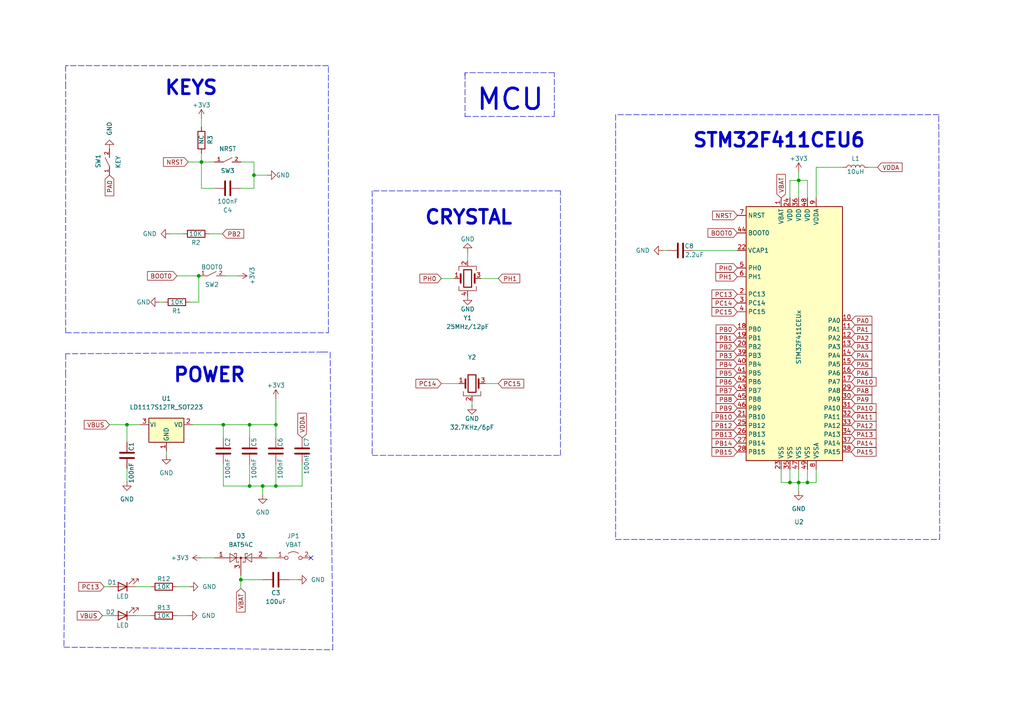
<source format=kicad_sch>
(kicad_sch (version 20211123) (generator eeschema)
  (paper "A4")
  (lib_symbols
    (symbol "Custom_symbols:TS09-63-25-WT-260-SMT-TR" (pin_names (offset 1.016))
      (property "Reference" "SW" (at -1.27 2.54 0))
      (property "Value" "TS09-63-25-WT-260-SMT-TR" (at -13.97 -1.27 0))
      (symbol "TS09-63-25-WT-260-SMT-TR_0_0"
        (polyline (pts (xy -1.27 0) (xy 1.27 1.27)) (stroke (width 0.1524)))
        (pin passive line (at -3.81 0 0) (length 2.54) (name "~") (number "1"))
        (pin passive line (at 3.81 0 180) (length 2.54) (name "~") (number "2"))
      )
    )
    (symbol "Device:C" (pin_numbers hide) (pin_names (offset 0.254))
      (property "Reference" "C" (at 0.635 2.54 0))
      (property "Value" "C" (at 0.635 -2.54 0))
      (symbol "C_0_1"
        (polyline (pts (xy -2.032 -0.762) (xy 2.032 -0.762)) (stroke (width 0.508)))
        (polyline (pts (xy -2.032 0.762) (xy 2.032 0.762)) (stroke (width 0.508)))
      )
      (symbol "C_1_1"
        (pin passive line (at 0 3.81 270) (length 2.794) (name "~") (number "1"))
        (pin passive line (at 0 -3.81 90) (length 2.794) (name "~") (number "2"))
      )
    )
    (symbol "Device:Crystal_GND2" (pin_names (offset 1.016) hide)
      (property "Reference" "Y" (at 0 5.715 0))
      (property "Value" "Crystal_GND2" (at 0 3.81 0))
      (symbol "Crystal_GND2_0_1"
        (rectangle (start -1.143 2.54) (end 1.143 -2.54) (stroke (width 0.3048)))
        (polyline (pts (xy -2.54 0) (xy -1.905 0)))
        (polyline (pts (xy -1.905 -1.27) (xy -1.905 1.27)) (stroke (width 0.508)))
        (polyline (pts (xy 0 -3.81) (xy 0 -3.556)))
        (polyline (pts (xy 1.905 0) (xy 2.54 0)))
        (polyline (pts (xy 1.905 1.27) (xy 1.905 -1.27)) (stroke (width 0.508)))
        (polyline (pts (xy -2.54 -2.286) (xy -2.54 -3.556) (xy 2.54 -3.556) (xy 2.54 -2.286)))
      )
      (symbol "Crystal_GND2_1_1"
        (pin passive line (at -3.81 0 0) (length 1.27) (name "1") (number "1"))
        (pin passive line (at 0 -5.08 90) (length 1.27) (name "2") (number "2"))
        (pin passive line (at 3.81 0 180) (length 1.27) (name "3") (number "3"))
      )
    )
    (symbol "Device:Crystal_GND24" (pin_names (offset 1.016) hide)
      (property "Reference" "Y" (at 3.175 5.08 0))
      (property "Value" "Crystal_GND24" (at 3.175 3.175 0))
      (symbol "Crystal_GND24_0_1"
        (rectangle (start -1.143 2.54) (end 1.143 -2.54) (stroke (width 0.3048)))
        (polyline (pts (xy -2.54 0) (xy -2.032 0)))
        (polyline (pts (xy -2.032 -1.27) (xy -2.032 1.27)) (stroke (width 0.508)))
        (polyline (pts (xy 0 -3.81) (xy 0 -3.556)))
        (polyline (pts (xy 0 3.556) (xy 0 3.81)))
        (polyline (pts (xy 2.032 -1.27) (xy 2.032 1.27)) (stroke (width 0.508)))
        (polyline (pts (xy 2.032 0) (xy 2.54 0)))
        (polyline (pts (xy -2.54 -2.286) (xy -2.54 -3.556) (xy 2.54 -3.556) (xy 2.54 -2.286)))
        (polyline (pts (xy -2.54 2.286) (xy -2.54 3.556) (xy 2.54 3.556) (xy 2.54 2.286)))
      )
      (symbol "Crystal_GND24_1_1"
        (pin passive line (at -3.81 0 0) (length 1.27) (name "1") (number "1"))
        (pin passive line (at 0 5.08 270) (length 1.27) (name "2") (number "2"))
        (pin passive line (at 3.81 0 180) (length 1.27) (name "3") (number "3"))
        (pin passive line (at 0 -5.08 90) (length 1.27) (name "4") (number "4"))
      )
    )
    (symbol "Device:L" (pin_numbers hide) (pin_names (offset 1.016) hide)
      (property "Reference" "L" (at -1.27 0 90))
      (property "Value" "L" (at 1.905 0 90))
      (symbol "L_0_1"
        (arc (start 0 -2.54) (mid 0.635 -1.905) (end 0 -1.27))
        (arc (start 0 -1.27) (mid 0.635 -0.635) (end 0 0))
        (arc (start 0 0) (mid 0.635 0.635) (end 0 1.27))
        (arc (start 0 1.27) (mid 0.635 1.905) (end 0 2.54))
      )
      (symbol "L_1_1"
        (pin passive line (at 0 3.81 270) (length 1.27) (name "1") (number "1"))
        (pin passive line (at 0 -3.81 90) (length 1.27) (name "2") (number "2"))
      )
    )
    (symbol "Device:LED" (pin_numbers hide) (pin_names (offset 1.016) hide)
      (property "Reference" "D" (at 0 2.54 0))
      (property "Value" "LED" (at 0 -2.54 0))
      (symbol "LED_0_1"
        (polyline (pts (xy -1.27 -1.27) (xy -1.27 1.27)) (stroke (width 0.254)))
        (polyline (pts (xy -1.27 0) (xy 1.27 0)))
        (polyline (pts (xy 1.27 -1.27) (xy 1.27 1.27) (xy -1.27 0) (xy 1.27 -1.27)) (stroke (width 0.254)))
        (polyline (pts (xy -3.048 -0.762) (xy -4.572 -2.286) (xy -3.81 -2.286) (xy -4.572 -2.286) (xy -4.572 -1.524)))
        (polyline (pts (xy -1.778 -0.762) (xy -3.302 -2.286) (xy -2.54 -2.286) (xy -3.302 -2.286) (xy -3.302 -1.524)))
      )
      (symbol "LED_1_1"
        (pin passive line (at -3.81 0 0) (length 2.54) (name "K") (number "1"))
        (pin passive line (at 3.81 0 180) (length 2.54) (name "A") (number "2"))
      )
    )
    (symbol "Device:R" (pin_numbers hide) (pin_names (offset 0))
      (property "Reference" "R" (at 2.032 0 90))
      (property "Value" "R" (at 0 0 90))
      (symbol "R_0_1"
        (rectangle (start -1.016 -2.54) (end 1.016 2.54) (stroke (width 0.254)))
      )
      (symbol "R_1_1"
        (pin passive line (at 0 3.81 270) (length 1.27) (name "~") (number "1"))
        (pin passive line (at 0 -3.81 90) (length 1.27) (name "~") (number "2"))
      )
    )
    (symbol "Diode:BAT54C" (pin_names (offset 1.016))
      (property "Reference" "D" (at 0.635 -3.81 0))
      (property "Value" "BAT54C" (at -6.35 3.175 0))
      (symbol "BAT54C_0_1"
        (polyline (pts (xy -1.905 0) (xy 1.905 0)))
        (polyline (pts (xy -1.905 1.27) (xy -1.905 1.016)))
        (polyline (pts (xy -1.27 -1.27) (xy -0.635 -1.27)))
        (polyline (pts (xy -1.27 0) (xy -3.81 0)))
        (polyline (pts (xy -1.27 1.27) (xy -1.905 1.27)))
        (polyline (pts (xy -1.27 1.27) (xy -1.27 -1.27)))
        (polyline (pts (xy -0.635 -1.27) (xy -0.635 -1.016)))
        (polyline (pts (xy 0.635 -1.27) (xy 0.635 -1.016)))
        (polyline (pts (xy 1.27 -1.27) (xy 0.635 -1.27)))
        (polyline (pts (xy 1.27 1.27) (xy 1.27 -1.27)))
        (polyline (pts (xy 1.27 1.27) (xy 1.905 1.27)))
        (polyline (pts (xy 1.905 1.27) (xy 1.905 1.016)))
        (polyline (pts (xy 3.81 0) (xy 1.27 0)))
        (polyline (pts (xy -3.175 -1.27) (xy -3.175 1.27) (xy -1.27 0) (xy -3.175 -1.27)))
        (polyline (pts (xy 3.175 -1.27) (xy 3.175 1.27) (xy 1.27 0) (xy 3.175 -1.27)))
        (circle (center 0 0) (radius 0.254) (fill (type outline)))
      )
      (symbol "BAT54C_1_1"
        (pin passive line (at -7.62 0 0) (length 3.81) (name "~") (number "1"))
        (pin passive line (at 7.62 0 180) (length 3.81) (name "~") (number "2"))
        (pin passive line (at 0 -5.08 90) (length 5.08) (name "~") (number "3"))
      )
    )
    (symbol "Jumper:Jumper_2_Open" (pin_names (offset 0) hide)
      (property "Reference" "JP" (at 0 2.794 0))
      (property "Value" "Jumper_2_Open" (at 0 -2.286 0))
      (symbol "Jumper_2_Open_0_0"
        (circle (center -2.032 0) (radius 0.508))
        (circle (center 2.032 0) (radius 0.508))
      )
      (symbol "Jumper_2_Open_0_1"
        (arc (start 1.524 1.27) (mid 0 1.778) (end -1.524 1.27))
      )
      (symbol "Jumper_2_Open_1_1"
        (pin passive line (at -5.08 0 0) (length 2.54) (name "A") (number "1"))
        (pin passive line (at 5.08 0 180) (length 2.54) (name "B") (number "2"))
      )
    )
    (symbol "MCU_ST_STM32F4:STM32F411CEUx"
      (property "Reference" "U" (at -15.24 36.83 0))
      (property "Value" "STM32F411CEUx" (at 7.62 36.83 0))
      (symbol "STM32F411CEUx_0_1"
        (rectangle (start -15.24 -38.1) (end 12.7 35.56) (stroke (width 0.254)) (fill (type background)))
      )
      (symbol "STM32F411CEUx_1_1"
        (pin power_in line (at -5.08 38.1 270) (length 2.54) (name "VBAT") (number "1"))
        (pin bidirectional line (at 15.24 2.54 180) (length 2.54) (name "PA0") (number "10"))
        (pin bidirectional line (at 15.24 0 180) (length 2.54) (name "PA1") (number "11"))
        (pin bidirectional line (at 15.24 -2.54 180) (length 2.54) (name "PA2") (number "12"))
        (pin bidirectional line (at 15.24 -5.08 180) (length 2.54) (name "PA3") (number "13"))
        (pin bidirectional line (at 15.24 -7.62 180) (length 2.54) (name "PA4") (number "14"))
        (pin bidirectional line (at 15.24 -10.16 180) (length 2.54) (name "PA5") (number "15"))
        (pin bidirectional line (at 15.24 -12.7 180) (length 2.54) (name "PA6") (number "16"))
        (pin bidirectional line (at 15.24 -15.24 180) (length 2.54) (name "PA7") (number "17"))
        (pin bidirectional line (at -17.78 0 0) (length 2.54) (name "PB0") (number "18"))
        (pin bidirectional line (at -17.78 -2.54 0) (length 2.54) (name "PB1") (number "19"))
        (pin bidirectional line (at -17.78 10.16 0) (length 2.54) (name "PC13") (number "2"))
        (pin bidirectional line (at -17.78 -5.08 0) (length 2.54) (name "PB2") (number "20"))
        (pin bidirectional line (at -17.78 -25.4 0) (length 2.54) (name "PB10") (number "21"))
        (pin power_in line (at -17.78 22.86 0) (length 2.54) (name "VCAP1") (number "22"))
        (pin power_in line (at -5.08 -40.64 90) (length 2.54) (name "VSS") (number "23"))
        (pin power_in line (at -2.54 38.1 270) (length 2.54) (name "VDD") (number "24"))
        (pin bidirectional line (at -17.78 -27.94 0) (length 2.54) (name "PB12") (number "25"))
        (pin bidirectional line (at -17.78 -30.48 0) (length 2.54) (name "PB13") (number "26"))
        (pin bidirectional line (at -17.78 -33.02 0) (length 2.54) (name "PB14") (number "27"))
        (pin bidirectional line (at -17.78 -35.56 0) (length 2.54) (name "PB15") (number "28"))
        (pin bidirectional line (at 15.24 -17.78 180) (length 2.54) (name "PA8") (number "29"))
        (pin bidirectional line (at -17.78 7.62 0) (length 2.54) (name "PC14") (number "3"))
        (pin bidirectional line (at 15.24 -20.32 180) (length 2.54) (name "PA9") (number "30"))
        (pin bidirectional line (at 15.24 -22.86 180) (length 2.54) (name "PA10") (number "31"))
        (pin bidirectional line (at 15.24 -25.4 180) (length 2.54) (name "PA11") (number "32"))
        (pin bidirectional line (at 15.24 -27.94 180) (length 2.54) (name "PA12") (number "33"))
        (pin bidirectional line (at 15.24 -30.48 180) (length 2.54) (name "PA13") (number "34"))
        (pin power_in line (at -2.54 -40.64 90) (length 2.54) (name "VSS") (number "35"))
        (pin power_in line (at 0 38.1 270) (length 2.54) (name "VDD") (number "36"))
        (pin bidirectional line (at 15.24 -33.02 180) (length 2.54) (name "PA14") (number "37"))
        (pin bidirectional line (at 15.24 -35.56 180) (length 2.54) (name "PA15") (number "38"))
        (pin bidirectional line (at -17.78 -7.62 0) (length 2.54) (name "PB3") (number "39"))
        (pin bidirectional line (at -17.78 5.08 0) (length 2.54) (name "PC15") (number "4"))
        (pin bidirectional line (at -17.78 -10.16 0) (length 2.54) (name "PB4") (number "40"))
        (pin bidirectional line (at -17.78 -12.7 0) (length 2.54) (name "PB5") (number "41"))
        (pin bidirectional line (at -17.78 -15.24 0) (length 2.54) (name "PB6") (number "42"))
        (pin bidirectional line (at -17.78 -17.78 0) (length 2.54) (name "PB7") (number "43"))
        (pin input line (at -17.78 27.94 0) (length 2.54) (name "BOOT0") (number "44"))
        (pin bidirectional line (at -17.78 -20.32 0) (length 2.54) (name "PB8") (number "45"))
        (pin bidirectional line (at -17.78 -22.86 0) (length 2.54) (name "PB9") (number "46"))
        (pin power_in line (at 0 -40.64 90) (length 2.54) (name "VSS") (number "47"))
        (pin power_in line (at 2.54 38.1 270) (length 2.54) (name "VDD") (number "48"))
        (pin power_in line (at 2.54 -40.64 90) (length 2.54) (name "VSS") (number "49"))
        (pin input line (at -17.78 17.78 0) (length 2.54) (name "PH0") (number "5"))
        (pin input line (at -17.78 15.24 0) (length 2.54) (name "PH1") (number "6"))
        (pin input line (at -17.78 33.02 0) (length 2.54) (name "NRST") (number "7"))
        (pin power_in line (at 5.08 -40.64 90) (length 2.54) (name "VSSA") (number "8"))
        (pin power_in line (at 5.08 38.1 270) (length 2.54) (name "VDDA") (number "9"))
      )
    )
    (symbol "Regulator_Linear:LD1117S12TR_SOT223" (pin_names (offset 0.254))
      (property "Reference" "U" (at -3.81 3.175 0))
      (property "Value" "LD1117S12TR_SOT223" (at 0 3.175 0))
      (symbol "LD1117S12TR_SOT223_0_1"
        (rectangle (start -5.08 -5.08) (end 5.08 1.905) (stroke (width 0.254)) (fill (type background)))
      )
      (symbol "LD1117S12TR_SOT223_1_1"
        (pin power_in line (at 0 -7.62 90) (length 2.54) (name "GND") (number "1"))
        (pin power_out line (at 7.62 0 180) (length 2.54) (name "VO") (number "2"))
        (pin power_in line (at -7.62 0 0) (length 2.54) (name "VI") (number "3"))
      )
    )
    (symbol "power:+3.3V" (power) (pin_names (offset 0))
      (property "Value" "+3.3V" (at 0 3.556 0))
      (symbol "+3.3V_0_1"
        (polyline (pts (xy -0.762 1.27) (xy 0 2.54)))
        (polyline (pts (xy 0 0) (xy 0 2.54)))
        (polyline (pts (xy 0 2.54) (xy 0.762 1.27)))
      )
      (symbol "+3.3V_1_1"
        (pin power_in line (at 0 0 90) (length 0) hide (name "+3V3") (number "1"))
      )
    )
    (symbol "power:GND" (power) (pin_names (offset 0))
      (property "Value" "GND" (at 0 -3.81 0))
      (symbol "GND_0_1"
        (polyline (pts (xy 0 0) (xy 0 -1.27) (xy 1.27 -1.27) (xy 0 -2.54) (xy -1.27 -1.27) (xy 0 -1.27)))
      )
      (symbol "GND_1_1"
        (pin power_in line (at 0 0 270) (length 0) hide (name "GND") (number "1"))
      )
    )
  )
  (junction (at 72.39 140.97))
  (junction (at 58.42 46.99))
  (junction (at 234.188 139.954))
  (junction (at 76.2 140.97))
  (junction (at 57.658 80.01))
  (junction (at 231.648 52.324))
  (junction (at 231.648 139.954))
  (junction (at 80.01 123.19))
  (junction (at 80.01 140.97))
  (junction (at 36.83 123.19))
  (junction (at 64.77 123.19))
  (junction (at 73.66 50.8))
  (junction (at 72.39 123.19))
  (junction (at 69.85 168.148))
  (junction (at 229.108 139.954))
  (no_connect (at 90.17 161.798))
  (wire (pts (xy 69.088 80.01) (xy 65.278 80.01)))
  (polyline (pts (xy 107.95 55.372) (xy 107.95 66.04)))
  (wire (pts (xy 234.188 136.144) (xy 234.188 139.954)))
  (wire (pts (xy 57.658 87.63) (xy 57.658 80.01)))
  (wire (pts (xy 29.718 178.562) (xy 31.75 178.562)))
  (wire (pts (xy 36.83 128.27) (xy 36.83 123.19)))
  (wire (pts (xy 234.188 139.954) (xy 236.728 139.954)))
  (wire (pts (xy 229.108 52.324) (xy 231.648 52.324)))
  (polyline (pts (xy 272.288 33.274) (xy 178.562 33.274)))
  (wire (pts (xy 76.2 140.97) (xy 80.01 140.97)))
  (wire (pts (xy 236.728 48.514) (xy 236.728 57.404)))
  (polyline (pts (xy 162.56 132.08) (xy 162.56 55.372)))
  (polyline (pts (xy 19.05 107.95) (xy 18.542 187.706)))
  (polyline (pts (xy 19.05 24.13) (xy 19.05 96.52)))
  (wire (pts (xy 80.01 161.798) (xy 77.47 161.798)))
  (wire (pts (xy 31.75 123.19) (xy 36.83 123.19)))
  (polyline (pts (xy 272.542 156.464) (xy 272.288 33.274)))
  (wire (pts (xy 64.77 123.19) (xy 64.77 127)))
  (wire (pts (xy 144.526 80.772) (xy 139.446 80.772)))
  (wire (pts (xy 58.42 46.99) (xy 62.23 46.99)))
  (wire (pts (xy 229.108 136.144) (xy 229.108 139.954)))
  (wire (pts (xy 55.88 123.19) (xy 64.77 123.19)))
  (wire (pts (xy 229.108 57.404) (xy 229.108 52.324)))
  (wire (pts (xy 54.864 170.18) (xy 51.308 170.18)))
  (wire (pts (xy 83.82 168.148) (xy 86.36 168.148)))
  (polyline (pts (xy 134.874 21.336) (xy 134.874 33.782)))
  (wire (pts (xy 58.42 161.798) (xy 62.23 161.798)))
  (polyline (pts (xy 178.562 156.464) (xy 272.542 156.464)))
  (wire (pts (xy 80.01 140.97) (xy 87.63 140.97)))
  (wire (pts (xy 201.168 72.644) (xy 213.868 72.644)))
  (wire (pts (xy 231.648 52.324) (xy 231.648 57.404)))
  (wire (pts (xy 36.83 135.89) (xy 36.83 139.7)))
  (wire (pts (xy 72.39 134.62) (xy 72.39 140.97)))
  (wire (pts (xy 58.42 36.83) (xy 58.42 34.29)))
  (polyline (pts (xy 93.472 102.108) (xy 95.758 102.108)))
  (wire (pts (xy 244.348 48.514) (xy 236.728 48.514)))
  (wire (pts (xy 231.648 136.144) (xy 231.648 139.954)))
  (wire (pts (xy 231.648 52.324) (xy 234.188 52.324)))
  (wire (pts (xy 251.968 48.514) (xy 254.508 48.514)))
  (polyline (pts (xy 134.874 33.782) (xy 160.782 33.782)))
  (polyline (pts (xy 96.52 188.468) (xy 95.758 102.108)))
  (wire (pts (xy 58.42 46.99) (xy 58.42 54.61)))
  (wire (pts (xy 77.47 50.8) (xy 73.66 50.8)))
  (wire (pts (xy 229.108 139.954) (xy 231.648 139.954)))
  (wire (pts (xy 144.526 111.252) (xy 140.716 111.252)))
  (polyline (pts (xy 160.782 21.082) (xy 134.874 21.082)))
  (polyline (pts (xy 95.25 19.05) (xy 19.05 19.05)))
  (wire (pts (xy 226.568 139.954) (xy 229.108 139.954)))
  (wire (pts (xy 192.278 72.644) (xy 193.548 72.644)))
  (wire (pts (xy 72.39 140.97) (xy 76.2 140.97)))
  (wire (pts (xy 72.39 123.19) (xy 80.01 123.19)))
  (wire (pts (xy 226.568 136.144) (xy 226.568 139.954)))
  (polyline (pts (xy 19.05 102.616) (xy 19.05 107.95)))
  (wire (pts (xy 76.2 143.51) (xy 76.2 140.97)))
  (wire (pts (xy 73.66 50.8) (xy 73.66 54.61)))
  (polyline (pts (xy 18.542 187.706) (xy 96.52 188.468)))
  (wire (pts (xy 58.42 54.61) (xy 62.23 54.61)))
  (wire (pts (xy 231.648 139.954) (xy 234.188 139.954)))
  (polyline (pts (xy 162.56 55.372) (xy 107.95 55.372)))
  (wire (pts (xy 72.39 123.19) (xy 72.39 127)))
  (wire (pts (xy 128.016 111.252) (xy 133.096 111.252)))
  (wire (pts (xy 80.01 123.19) (xy 80.01 127)))
  (wire (pts (xy 69.85 168.148) (xy 76.2 168.148)))
  (wire (pts (xy 69.85 168.148) (xy 69.85 166.878)))
  (wire (pts (xy 136.906 117.602) (xy 136.906 116.332)))
  (polyline (pts (xy 107.95 66.04) (xy 107.95 132.08)))
  (wire (pts (xy 54.61 46.99) (xy 58.42 46.99)))
  (wire (pts (xy 36.83 123.19) (xy 40.64 123.19)))
  (polyline (pts (xy 93.472 102.108) (xy 19.05 102.616)))
  (wire (pts (xy 64.77 123.19) (xy 72.39 123.19)))
  (wire (pts (xy 128.016 80.772) (xy 131.826 80.772)))
  (wire (pts (xy 54.61 178.562) (xy 51.308 178.562)))
  (wire (pts (xy 69.85 170.688) (xy 69.85 168.148)))
  (wire (pts (xy 80.01 134.62) (xy 80.01 140.97)))
  (wire (pts (xy 55.118 87.63) (xy 57.658 87.63)))
  (wire (pts (xy 30.226 170.18) (xy 31.75 170.18)))
  (wire (pts (xy 87.63 140.97) (xy 87.63 134.62)))
  (polyline (pts (xy 160.782 33.782) (xy 160.782 21.082)))
  (wire (pts (xy 234.188 52.324) (xy 234.188 57.404)))
  (wire (pts (xy 135.636 73.152) (xy 135.636 75.692)))
  (polyline (pts (xy 107.95 132.08) (xy 162.56 132.08)))
  (wire (pts (xy 43.688 170.18) (xy 39.37 170.18)))
  (wire (pts (xy 53.086 67.818) (xy 49.276 67.818)))
  (polyline (pts (xy 178.562 33.274) (xy 178.562 42.418)))
  (polyline (pts (xy 95.25 96.52) (xy 95.25 19.05)))
  (polyline (pts (xy 19.05 96.52) (xy 95.25 96.52)))
  (wire (pts (xy 64.516 67.818) (xy 60.706 67.818)))
  (wire (pts (xy 64.77 140.97) (xy 72.39 140.97)))
  (wire (pts (xy 51.308 80.01) (xy 57.658 80.01)))
  (wire (pts (xy 80.01 115.57) (xy 80.01 123.19)))
  (wire (pts (xy 58.42 44.45) (xy 58.42 46.99)))
  (wire (pts (xy 73.66 54.61) (xy 69.85 54.61)))
  (wire (pts (xy 69.85 46.99) (xy 73.66 46.99)))
  (polyline (pts (xy 178.562 42.164) (xy 178.562 156.464)))
  (polyline (pts (xy 19.05 19.05) (xy 19.05 24.13)))
  (wire (pts (xy 231.648 139.954) (xy 231.648 142.494)))
  (wire (pts (xy 236.728 139.954) (xy 236.728 136.144)))
  (wire (pts (xy 64.77 134.62) (xy 64.77 140.97)))
  (wire (pts (xy 73.66 46.99) (xy 73.66 50.8)))
  (wire (pts (xy 43.688 178.562) (xy 39.37 178.562)))
  (wire (pts (xy 231.648 49.784) (xy 231.648 52.324)))
  (wire (pts (xy 48.26 132.08) (xy 48.26 130.81)))
  (wire (pts (xy 46.228 87.63) (xy 47.498 87.63)))
  (polyline (pts (xy 134.874 21.082) (xy 134.874 21.844)))
  (text "POWER" (at 50.038 111.252 0) (effects (font (size 4 4) (thickness 0.8) bold) (justify left bottom)))
  (text "CRYSTAL" (at 122.936 65.532 0) (effects (font (size 4 4) (thickness 0.8) bold) (justify left bottom)))
  (text "KEYS" (at 47.498 27.94 0) (effects (font (size 4 4) (thickness 0.8) bold) (justify left bottom)))
  (text "MCU" (at 137.922 32.512 0) (effects (font (size 6 6) (thickness 0.8) bold) (justify left bottom)))
  (text "STM32F411CEU6" (at 200.66 43.18 0) (effects (font (size 4 4) (thickness 0.8) bold) (justify left bottom)))
  (global_label "PB13" (shape input) (at 213.868 125.984 180) (property "Intersheet References" "${INTERSHEET_REFS}" (effects hide)))
  (global_label "PA9" (shape input) (at 246.888 115.824 0) (property "Intersheet References" "${INTERSHEET_REFS}" (effects hide)))
  (global_label "PB15" (shape input) (at 213.868 131.064 180) (property "Intersheet References" "${INTERSHEET_REFS}" (effects hide)))
  (global_label "PC15" (shape input) (at 213.868 90.424 180) (property "Intersheet References" "${INTERSHEET_REFS}" (effects hide)))
  (global_label "PA1" (shape input) (at 246.888 95.504 0) (property "Intersheet References" "${INTERSHEET_REFS}" (effects hide)))
  (global_label "PB2" (shape input) (at 213.868 100.584 180) (property "Intersheet References" "${INTERSHEET_REFS}" (effects hide)))
  (global_label "PH0" (shape input) (at 213.868 77.724 180) (property "Intersheet References" "${INTERSHEET_REFS}" (effects hide)))
  (global_label "PA5" (shape input) (at 246.888 105.664 0) (property "Intersheet References" "${INTERSHEET_REFS}" (effects hide)))
  (global_label "PH0" (shape input) (at 128.016 80.772 180) (property "Intersheet References" "${INTERSHEET_REFS}" (effects hide)))
  (global_label "NRST" (shape input) (at 54.61 46.99 180) (property "Intersheet References" "${INTERSHEET_REFS}" (effects hide)))
  (global_label "PA13" (shape input) (at 246.888 125.984 0) (property "Intersheet References" "${INTERSHEET_REFS}" (effects hide)))
  (global_label "PB0" (shape input) (at 213.868 95.504 180) (property "Intersheet References" "${INTERSHEET_REFS}" (effects hide)))
  (global_label "PB6" (shape input) (at 213.868 110.744 180) (property "Intersheet References" "${INTERSHEET_REFS}" (effects hide)))
  (global_label "PB3" (shape input) (at 213.868 103.124 180) (property "Intersheet References" "${INTERSHEET_REFS}" (effects hide)))
  (global_label "PA12" (shape input) (at 246.888 123.444 0) (property "Intersheet References" "${INTERSHEET_REFS}" (effects hide)))
  (global_label "PA6" (shape input) (at 246.888 108.204 0) (property "Intersheet References" "${INTERSHEET_REFS}" (effects hide)))
  (global_label "PH1" (shape input) (at 144.526 80.772 0) (property "Intersheet References" "${INTERSHEET_REFS}" (effects hide)))
  (global_label "PC15" (shape input) (at 144.526 111.252 0) (property "Intersheet References" "${INTERSHEET_REFS}" (effects hide)))
  (global_label "PA10" (shape input) (at 246.888 118.364 0) (property "Intersheet References" "${INTERSHEET_REFS}" (effects hide)))
  (global_label "PC14" (shape input) (at 213.868 87.884 180) (property "Intersheet References" "${INTERSHEET_REFS}" (effects hide)))
  (global_label "PA3" (shape input) (at 246.888 100.584 0) (property "Intersheet References" "${INTERSHEET_REFS}" (effects hide)))
  (global_label "PB10" (shape input) (at 213.868 120.904 180) (property "Intersheet References" "${INTERSHEET_REFS}" (effects hide)))
  (global_label "VBUS" (shape input) (at 31.75 123.19 180) (property "Intersheet References" "${INTERSHEET_REFS}" (effects hide)))
  (global_label "PC13" (shape input) (at 213.868 85.344 180) (property "Intersheet References" "${INTERSHEET_REFS}" (effects hide)))
  (global_label "PH1" (shape input) (at 213.868 80.264 180) (property "Intersheet References" "${INTERSHEET_REFS}" (effects hide)))
  (global_label "PB2" (shape input) (at 64.516 67.818 0) (property "Intersheet References" "${INTERSHEET_REFS}" (effects hide)))
  (global_label "PB5" (shape input) (at 213.868 108.204 180) (property "Intersheet References" "${INTERSHEET_REFS}" (effects hide)))
  (global_label "PB12" (shape input) (at 213.868 123.444 180) (property "Intersheet References" "${INTERSHEET_REFS}" (effects hide)))
  (global_label "PC13" (shape input) (at 30.226 170.18 180) (property "Intersheet References" "${INTERSHEET_REFS}" (effects hide)))
  (global_label "PB9" (shape input) (at 213.868 118.364 180) (property "Intersheet References" "${INTERSHEET_REFS}" (effects hide)))
  (global_label "BOOT0" (shape input) (at 51.308 80.01 180) (property "Intersheet References" "${INTERSHEET_REFS}" (effects hide)))
  (global_label "PA2" (shape input) (at 246.888 98.044 0) (property "Intersheet References" "${INTERSHEET_REFS}" (effects hide)))
  (global_label "PC14" (shape input) (at 128.016 111.252 180) (property "Intersheet References" "${INTERSHEET_REFS}" (effects hide)))
  (global_label "PB4" (shape input) (at 213.868 105.664 180) (property "Intersheet References" "${INTERSHEET_REFS}" (effects hide)))
  (global_label "PA11" (shape input) (at 246.888 120.904 0) (property "Intersheet References" "${INTERSHEET_REFS}" (effects hide)))
  (global_label "VDDA" (shape input) (at 254.508 48.514 0) (property "Intersheet References" "${INTERSHEET_REFS}" (effects hide)))
  (global_label "VBAT" (shape input) (at 69.85 170.688 270) (property "Intersheet References" "${INTERSHEET_REFS}" (effects hide)))
  (global_label "PA8" (shape input) (at 246.888 113.284 0) (property "Intersheet References" "${INTERSHEET_REFS}" (effects hide)))
  (global_label "PA10" (shape input) (at 246.888 110.744 0) (property "Intersheet References" "${INTERSHEET_REFS}" (effects hide)))
  (global_label "PA14" (shape input) (at 246.888 128.524 0) (property "Intersheet References" "${INTERSHEET_REFS}" (effects hide)))
  (global_label "PB1" (shape input) (at 213.868 98.044 180) (property "Intersheet References" "${INTERSHEET_REFS}" (effects hide)))
  (global_label "PA0" (shape input) (at 31.75 50.8 270) (property "Intersheet References" "${INTERSHEET_REFS}" (effects hide)))
  (global_label "PB8" (shape input) (at 213.868 115.824 180) (property "Intersheet References" "${INTERSHEET_REFS}" (effects hide)))
  (global_label "PB7" (shape input) (at 213.868 113.284 180) (property "Intersheet References" "${INTERSHEET_REFS}" (effects hide)))
  (global_label "PB14" (shape input) (at 213.868 128.524 180) (property "Intersheet References" "${INTERSHEET_REFS}" (effects hide)))
  (global_label "VBUS" (shape input) (at 29.718 178.562 180) (property "Intersheet References" "${INTERSHEET_REFS}" (effects hide)))
  (global_label "PA15" (shape input) (at 246.888 131.064 0) (property "Intersheet References" "${INTERSHEET_REFS}" (effects hide)))
  (global_label "PA0" (shape input) (at 246.888 92.964 0) (property "Intersheet References" "${INTERSHEET_REFS}" (effects hide)))
  (global_label "PA4" (shape input) (at 246.888 103.124 0) (property "Intersheet References" "${INTERSHEET_REFS}" (effects hide)))
  (global_label "VBAT" (shape input) (at 226.568 57.404 90) (property "Intersheet References" "${INTERSHEET_REFS}" (effects hide)))
  (global_label "VDDA" (shape input) (at 87.63 127 90) (property "Intersheet References" "${INTERSHEET_REFS}" (effects hide)))
  (global_label "NRST" (shape input) (at 213.868 62.484 180) (property "Intersheet References" "${INTERSHEET_REFS}" (effects hide)))
  (global_label "BOOT0" (shape input) (at 213.868 67.564 180) (property "Intersheet References" "${INTERSHEET_REFS}" (effects hide)))
  (symbol (lib_id "power:+3.3V") (at 58.42 161.798 90) (unit 1)
    (property "Reference" "#PWR05" (effects hide))
    (property "Value" "+3.3V" (at 49.53 161.798 90) (effects (justify right)))
  )
  (symbol (lib_id "Device:C") (at 80.01 130.81 180) (unit 1)
    (property "Reference" "C6" (at 81.28 128.27 90))
    (property "Value" "100nF" (at 81.28 135.89 90))
    (property "Footprint" "Capacitor_SMD:C_0603_1608Metric" (effects hide))
  )
  (symbol (lib_id "Device:R") (at 47.498 170.18 90) (unit 1)
    (property "Reference" "R12" (at 47.498 167.894 90))
    (property "Value" "10K" (at 47.498 170.18 90))
    (property "Footprint" "Resistor_SMD:R_0603_1608Metric" (effects hide))
  )
  (symbol (lib_id "Device:R") (at 51.308 87.63 90) (unit 1)
    (property "Reference" "R1" (at 52.578 90.17 90) (effects (justify left)))
    (property "Value" "10K" (at 53.34 87.63 90) (effects (justify left)))
    (property "Footprint" "Resistor_SMD:R_0603_1608Metric" (effects hide))
  )
  (symbol (lib_id "power:GND") (at 77.47 50.8 90) (unit 1)
    (property "Reference" "#PWR013" (effects hide))
    (property "Value" "GND" (at 80.01 50.8 90) (effects (justify right)))
  )
  (symbol (lib_id "power:GND") (at 48.26 132.08 0) (unit 1)
    (property "Reference" "#PWR06" (effects hide))
    (property "Value" "GND" (at 48.26 137.16 0))
  )
  (symbol (lib_id "Device:C") (at 64.77 130.81 180) (unit 1)
    (property "Reference" "C2" (at 66.04 128.27 90))
    (property "Value" "100nF" (at 66.04 135.89 90))
    (property "Footprint" "Capacitor_SMD:C_0603_1608Metric" (effects hide))
  )
  (symbol (lib_id "power:GND") (at 46.228 87.63 270) (unit 1)
    (property "Reference" "#PWR07" (effects hide))
    (property "Value" "GND" (at 43.688 87.63 90) (effects (justify right)))
  )
  (symbol (lib_id "Diode:BAT54C") (at 69.85 161.798 0) (unit 1)
    (property "Reference" "D3" (at 69.85 155.448 0))
    (property "Value" "BAT54C" (at 69.85 157.988 0))
    (property "Footprint" "Package_TO_SOT_SMD:SOT-23" (effects hide))
    (property "Datasheet" "http://www.diodes.com/_files/datasheets/ds11005.pdf" (effects hide))
  )
  (symbol (lib_id "power:GND") (at 49.276 67.818 270) (unit 1)
    (property "Reference" "#PWR08" (effects hide))
    (property "Value" "GND" (at 45.466 67.818 90) (effects (justify right)))
  )
  (symbol (lib_id "Custom_symbols:TS09-63-25-WT-260-SMT-TR") (at 61.468 80.01 0) (unit 1)
    (property "Reference" "SW2" (at 61.468 82.55 0))
    (property "Value" "BOOT0" (at 61.468 77.47 0))
    (property "Footprint" "Custom_Footprints:SW_TS09-63-25-WT-260-SMT-TR" (effects hide))
    (property "MF" "Same Sky" (effects hide))
    (property "MAXIMUM_PACKAGE_HEIGHT" "2.5 mm" (effects hide))
    (property "Package" "None" (effects hide))
    (property "Price" "None" (effects hide))
    (property "Check_prices" "https://www.snapeda.com/parts/TS09-63-25-WT-260-SMT-TR/Same+Sky/view-part/?ref=eda" (effects hide))
    (property "STANDARD" "Manufacturer Recommendations" (effects hide))
    (property "PARTREV" "1.0" (effects hide))
    (property "SnapEDA_Link" "https://www.snapeda.com/parts/TS09-63-25-WT-260-SMT-TR/Same+Sky/view-part/?ref=snap" (effects hide))
    (property "MP" "TS09-63-25-WT-260-SMT-TR" (effects hide))
    (property "Description" "\n                        \n                            6.1 x 3.7 mm, 2.5 mm Actuator Height, 260 gf, White, Surface Mount, SPST, Tactile Switch\n                        \n" (effects hide))
    (property "Availability" "In Stock" (effects hide))
    (property "MANUFACTURER" "CUI Devices" (effects hide))
  )
  (symbol (lib_id "Device:Crystal_GND2") (at 136.906 111.252 0) (unit 1)
    (property "Reference" "Y2" (at 136.906 103.632 0))
    (property "Value" "32.7KHz/6pF" (at 136.906 123.952 0))
    (property "Footprint" "Crystal:Resonator_SMD_Murata_CSTxExxV-3Pin_3.0x1.1mm" (effects hide))
  )
  (symbol (lib_id "MCU_ST_STM32F4:STM32F411CEUx") (at 231.648 95.504 0) (unit 1)
    (property "Reference" "U2" (at 230.378 151.384 0) (effects (justify left)))
    (property "Value" "STM32F411CEUx" (at 231.648 105.664 90) (effects (justify left)))
    (property "Footprint" "Package_DFN_QFN:QFN-48-1EP_7x7mm_P0.5mm_EP5.6x5.6mm" (effects hide))
    (property "Datasheet" "http://www.st.com/st-web-ui/static/active/en/resource/technical/document/datasheet/DM00115249.pdf" (effects hide))
  )
  (symbol (lib_id "power:GND") (at 76.2 143.51 0) (unit 1)
    (property "Reference" "#PWR012" (effects hide))
    (property "Value" "GND" (at 76.2 148.59 0))
  )
  (symbol (lib_id "Device:R") (at 47.498 178.562 90) (unit 1)
    (property "Reference" "R13" (at 47.498 176.276 90))
    (property "Value" "10K" (at 47.498 178.562 90))
    (property "Footprint" "Resistor_SMD:R_0603_1608Metric" (effects hide))
  )
  (symbol (lib_id "power:GND") (at 36.83 139.7 0) (unit 1)
    (property "Reference" "#PWR02" (effects hide))
    (property "Value" "GND" (at 36.83 144.78 0))
  )
  (symbol (lib_id "power:GND") (at 135.636 85.852 0) (unit 1)
    (property "Reference" "#PWR016" (effects hide))
    (property "Value" "GND" (at 135.636 89.662 0))
  )
  (symbol (lib_id "power:GND") (at 136.906 117.602 0) (unit 1)
    (property "Reference" "#PWR017" (effects hide))
    (property "Value" "GND" (at 136.906 121.412 0))
  )
  (symbol (lib_id "Custom_symbols:TS09-63-25-WT-260-SMT-TR") (at 31.75 46.99 90) (unit 1)
    (property "Reference" "SW1" (at 28.448 46.736 0))
    (property "Value" "KEY" (at 34.29 46.99 0))
    (property "Footprint" "Custom_Footprints:SW_TS09-63-25-WT-260-SMT-TR" (effects hide))
    (property "MF" "Same Sky" (effects hide))
    (property "MAXIMUM_PACKAGE_HEIGHT" "2.5 mm" (effects hide))
    (property "Package" "None" (effects hide))
    (property "Price" "None" (effects hide))
    (property "Check_prices" "https://www.snapeda.com/parts/TS09-63-25-WT-260-SMT-TR/Same+Sky/view-part/?ref=eda" (effects hide))
    (property "STANDARD" "Manufacturer Recommendations" (effects hide))
    (property "PARTREV" "1.0" (effects hide))
    (property "SnapEDA_Link" "https://www.snapeda.com/parts/TS09-63-25-WT-260-SMT-TR/Same+Sky/view-part/?ref=snap" (effects hide))
    (property "MP" "TS09-63-25-WT-260-SMT-TR" (effects hide))
    (property "Description" "\n                        \n                            6.1 x 3.7 mm, 2.5 mm Actuator Height, 260 gf, White, Surface Mount, SPST, Tactile Switch\n                        \n" (effects hide))
    (property "Availability" "In Stock" (effects hide))
    (property "MANUFACTURER" "CUI Devices" (effects hide))
  )
  (symbol (lib_id "Device:C") (at 66.04 54.61 90) (unit 1)
    (property "Reference" "C4" (at 66.04 60.96 90))
    (property "Value" "100nF" (at 66.04 58.42 90))
    (property "Footprint" "Capacitor_SMD:C_0603_1608Metric" (effects hide))
  )
  (symbol (lib_id "Device:C") (at 197.358 72.644 90) (unit 1)
    (property "Reference" "C8" (at 199.898 71.374 90))
    (property "Value" "2.2uF" (at 201.422 73.914 90))
    (property "Footprint" "Capacitor_SMD:C_0603_1608Metric" (effects hide))
  )
  (symbol (lib_id "Custom_symbols:TS09-63-25-WT-260-SMT-TR") (at 66.04 46.99 0) (unit 1)
    (property "Reference" "SW3" (at 66.04 49.53 0))
    (property "Value" "NRST" (at 66.04 43.18 0))
    (property "Footprint" "Custom_Footprints:SW_TS09-63-25-WT-260-SMT-TR" (effects hide))
    (property "MF" "Same Sky" (effects hide))
    (property "MAXIMUM_PACKAGE_HEIGHT" "2.5 mm" (effects hide))
    (property "Package" "None" (effects hide))
    (property "Price" "None" (effects hide))
    (property "Check_prices" "https://www.snapeda.com/parts/TS09-63-25-WT-260-SMT-TR/Same+Sky/view-part/?ref=eda" (effects hide))
    (property "STANDARD" "Manufacturer Recommendations" (effects hide))
    (property "PARTREV" "1.0" (effects hide))
    (property "SnapEDA_Link" "https://www.snapeda.com/parts/TS09-63-25-WT-260-SMT-TR/Same+Sky/view-part/?ref=snap" (effects hide))
    (property "MP" "TS09-63-25-WT-260-SMT-TR" (effects hide))
    (property "Description" "\n                        \n                            6.1 x 3.7 mm, 2.5 mm Actuator Height, 260 gf, White, Surface Mount, SPST, Tactile Switch\n                        \n" (effects hide))
    (property "Availability" "In Stock" (effects hide))
    (property "MANUFACTURER" "CUI Devices" (effects hide))
  )
  (symbol (lib_id "power:+3.3V") (at 69.088 80.01 270) (unit 1)
    (property "Reference" "#PWR010" (effects hide))
    (property "Value" "+3.3V" (at 73.152 80.01 0))
  )
  (symbol (lib_id "Device:LED") (at 35.56 170.18 180) (unit 1)
    (property "Reference" "D1" (at 32.512 168.91 0))
    (property "Value" "LED" (at 35.56 172.974 0))
    (property "Footprint" "LED_SMD:LED_0603_1608Metric" (effects hide))
  )
  (symbol (lib_id "power:+3.3V") (at 80.01 115.57 0) (unit 1)
    (property "Reference" "#PWR014" (effects hide))
    (property "Value" "+3.3V" (at 80.01 111.76 0))
  )
  (symbol (lib_id "power:+3.3V") (at 231.648 49.784 0) (unit 1)
    (property "Reference" "#PWR019" (effects hide))
    (property "Value" "+3.3V" (at 231.648 45.974 0))
  )
  (symbol (lib_id "Regulator_Linear:LD1117S12TR_SOT223") (at 48.26 123.19 0) (unit 1)
    (property "Reference" "U1" (at 48.26 115.57 0))
    (property "Value" "LD1117S12TR_SOT223" (at 48.26 118.11 0))
    (property "Footprint" "Package_TO_SOT_SMD:SOT-223-3_TabPin2" (effects hide))
    (property "Datasheet" "http://www.st.com/st-web-ui/static/active/en/resource/technical/document/datasheet/CD00000544.pdf" (effects hide))
  )
  (symbol (lib_id "power:+3.3V") (at 58.42 34.29 0) (unit 1)
    (property "Reference" "#PWR09" (effects hide))
    (property "Value" "+3.3V" (at 58.42 30.48 0))
  )
  (symbol (lib_id "Device:R") (at 56.896 67.818 90) (unit 1)
    (property "Reference" "R2" (at 58.166 70.358 90) (effects (justify left)))
    (property "Value" "10K" (at 58.674 67.818 90) (effects (justify left)))
    (property "Footprint" "Resistor_SMD:R_0603_1608Metric" (effects hide))
  )
  (symbol (lib_id "Device:C") (at 80.01 168.148 90) (unit 1)
    (property "Reference" "C3" (at 80.01 171.958 90))
    (property "Value" "100uF" (at 80.01 174.498 90))
    (property "Footprint" "Capacitor_SMD:C_0603_1608Metric" (effects hide))
  )
  (symbol (lib_id "Jumper:Jumper_2_Open") (at 85.09 161.798 0) (unit 1)
    (property "Reference" "JP1" (at 85.09 155.448 0))
    (property "Value" "VBAT" (at 85.09 157.988 0))
    (property "Footprint" "SolderJumper-2_P1.3mm_Bridged2Bar_RoundedPad1.0x1.5mm" (effects hide))
  )
  (symbol (lib_id "Device:Crystal_GND24") (at 135.636 80.772 0) (unit 1)
    (property "Reference" "Y1" (at 135.636 92.202 0))
    (property "Value" "25MHz/12pF" (at 135.636 94.742 0))
    (property "Footprint" "Crystal:Crystal_SMD_SeikoEpson_TSX3225-4Pin_3.2x2.5mm" (effects hide))
  )
  (symbol (lib_id "power:GND") (at 31.75 43.18 180) (unit 1)
    (property "Reference" "#PWR01" (effects hide))
    (property "Value" "GND" (at 31.7499 39.37 90) (effects (justify right)))
  )
  (symbol (lib_id "Device:L") (at 248.158 48.514 90) (unit 1)
    (property "Reference" "L1" (at 248.158 45.974 90))
    (property "Value" "10uH" (at 248.158 49.784 90))
    (property "Footprint" "Inductor_SMD:L_0603_1608Metric" (effects hide))
  )
  (symbol (lib_id "power:GND") (at 192.278 72.644 270) (unit 1)
    (property "Reference" "#PWR018" (effects hide))
    (property "Value" "GND" (at 188.468 72.644 90) (effects (justify right)))
  )
  (symbol (lib_id "Device:C") (at 36.83 132.08 180) (unit 1)
    (property "Reference" "C1" (at 38.1 129.54 90))
    (property "Value" "100nF" (at 38.1 137.16 90))
    (property "Footprint" "Capacitor_SMD:C_0603_1608Metric" (effects hide))
  )
  (symbol (lib_id "power:GND") (at 231.648 142.494 0) (unit 1)
    (property "Reference" "#PWR020" (effects hide))
    (property "Value" "GND" (at 231.648 147.574 0))
  )
  (symbol (lib_id "Device:LED") (at 35.56 178.562 180) (unit 1)
    (property "Reference" "D2" (at 32.004 177.546 0))
    (property "Value" "LED" (at 35.56 181.356 0))
    (property "Footprint" "LED_SMD:LED_0603_1608Metric" (effects hide))
  )
  (symbol (lib_id "power:GND") (at 54.61 178.562 90) (unit 1)
    (property "Reference" "#PWR04" (effects hide))
    (property "Value" "GND" (at 58.42 178.562 90) (effects (justify right)))
  )
  (symbol (lib_id "Device:C") (at 72.39 130.81 180) (unit 1)
    (property "Reference" "C5" (at 73.66 128.27 90))
    (property "Value" "100nF" (at 73.66 135.89 90))
    (property "Footprint" "Capacitor_SMD:C_0603_1608Metric" (effects hide))
  )
  (symbol (lib_id "Device:R") (at 58.42 40.64 0) (unit 1)
    (property "Reference" "R3" (at 60.96 41.91 90) (effects (justify left)))
    (property "Value" "NC" (at 58.42 41.91 90) (effects (justify left)))
    (property "Footprint" "Resistor_SMD:R_0603_1608Metric" (effects hide))
  )
  (symbol (lib_id "Device:C") (at 87.63 130.81 180) (unit 1)
    (property "Reference" "C7" (at 88.9 128.27 90))
    (property "Value" "100nF" (at 88.9 134.62 90))
    (property "Footprint" "Capacitor_SMD:C_0603_1608Metric" (effects hide))
  )
  (symbol (lib_id "power:GND") (at 54.864 170.18 90) (unit 1)
    (property "Reference" "#PWR03" (effects hide))
    (property "Value" "GND" (at 58.674 170.18 90) (effects (justify right)))
  )
  (symbol (lib_id "power:GND") (at 135.636 73.152 180) (unit 1)
    (property "Reference" "#PWR015" (effects hide))
    (property "Value" "GND" (at 135.636 69.342 0))
  )
  (symbol (lib_id "power:GND") (at 86.36 168.148 90) (unit 1)
    (property "Reference" "#PWR011" (effects hide))
    (property "Value" "GND" (at 90.17 168.148 90) (effects (justify right)))
  )
)
</source>
